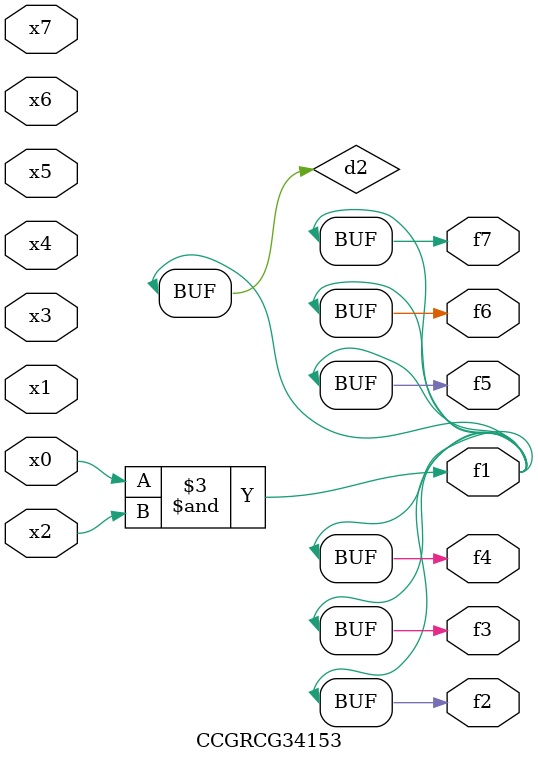
<source format=v>
module CCGRCG34153(
	input x0, x1, x2, x3, x4, x5, x6, x7,
	output f1, f2, f3, f4, f5, f6, f7
);

	wire d1, d2;

	nor (d1, x3, x6);
	and (d2, x0, x2);
	assign f1 = d2;
	assign f2 = d2;
	assign f3 = d2;
	assign f4 = d2;
	assign f5 = d2;
	assign f6 = d2;
	assign f7 = d2;
endmodule

</source>
